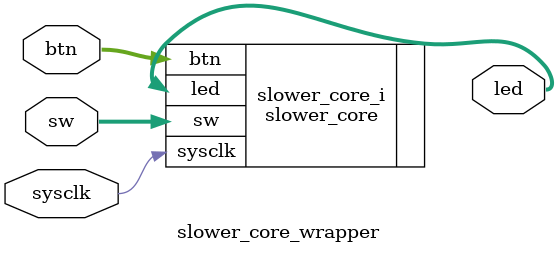
<source format=v>
`timescale 1 ps / 1 ps

module slower_core_wrapper
   (btn,
    led,
    sw,
    sysclk);
  input [3:0]btn;
  output [3:0]led;
  input [3:0]sw;
  input sysclk;

  wire [3:0]btn;
  wire [3:0]led;
  wire [3:0]sw;
  wire sysclk;

  slower_core slower_core_i
       (.btn(btn),
        .led(led),
        .sw(sw),
        .sysclk(sysclk));
endmodule

</source>
